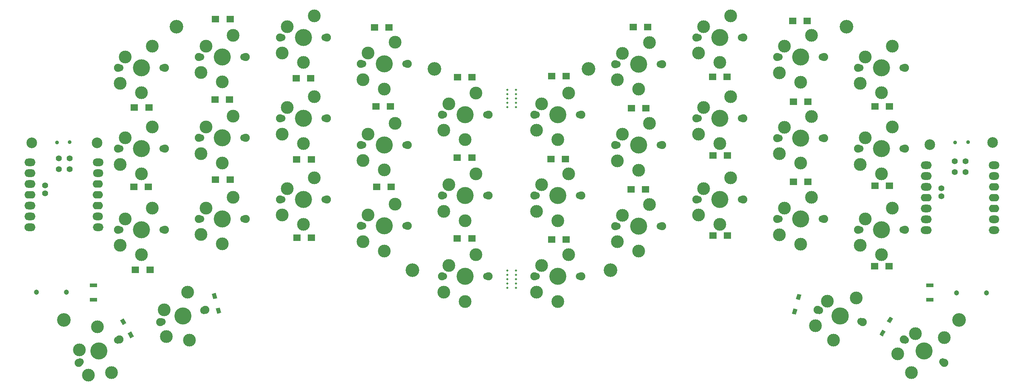
<source format=gts>
G04 #@! TF.GenerationSoftware,KiCad,Pcbnew,(6.0.9)*
G04 #@! TF.CreationDate,2023-01-06T00:22:53-03:00*
G04 #@! TF.ProjectId,pulso - hybrid -rev2,70756c73-6f20-42d2-9068-796272696420,0.3*
G04 #@! TF.SameCoordinates,Original*
G04 #@! TF.FileFunction,Soldermask,Top*
G04 #@! TF.FilePolarity,Negative*
%FSLAX46Y46*%
G04 Gerber Fmt 4.6, Leading zero omitted, Abs format (unit mm)*
G04 Created by KiCad (PCBNEW (6.0.9)) date 2023-01-06 00:22:53*
%MOMM*%
%LPD*%
G01*
G04 APERTURE LIST*
%ADD10C,0.100000*%
%ADD11C,3.000000*%
%ADD12C,1.701800*%
%ADD13C,4.000000*%
%ADD14C,0.100000*%
%ADD15C,1.900000*%
%ADD16C,1.700000*%
%ADD17C,3.987800*%
%ADD18R,1.800000X1.500000*%
%ADD19C,0.500000*%
%ADD20C,2.500000*%
%ADD21C,3.200000*%
%ADD22O,2.590000X1.790000*%
%ADD23O,2.580000X1.820000*%
%ADD24O,2.580000X1.810000*%
%ADD25O,2.580000X1.750000*%
%ADD26O,2.590000X1.780000*%
%ADD27O,2.580000X1.800000*%
%ADD28O,2.580000X1.830000*%
%ADD29O,2.490000X1.800000*%
%ADD30O,2.470000X1.810000*%
%ADD31O,2.450000X1.770000*%
%ADD32O,2.450000X1.730000*%
%ADD33O,2.430000X1.750000*%
%ADD34O,2.480000X1.800000*%
%ADD35O,2.490000X1.850000*%
%ADD36C,1.397000*%
%ADD37R,1.700000X0.900000*%
%ADD38C,1.200000*%
%ADD39C,0.900000*%
G04 APERTURE END LIST*
G36*
X238455233Y-123680409D02*
G01*
X237855233Y-124719639D01*
X237119111Y-124294639D01*
X237719111Y-123255409D01*
X238455233Y-123680409D01*
G37*
D10*
X238455233Y-123680409D02*
X237855233Y-124719639D01*
X237119111Y-124294639D01*
X237719111Y-123255409D01*
X238455233Y-123680409D01*
G36*
X240230233Y-120606019D02*
G01*
X239630233Y-121645249D01*
X238894111Y-121220249D01*
X239494111Y-120181019D01*
X240230233Y-120606019D01*
G37*
X240230233Y-120606019D02*
X239630233Y-121645249D01*
X238894111Y-121220249D01*
X239494111Y-120181019D01*
X240230233Y-120606019D01*
G36*
X81606406Y-115755039D02*
G01*
X80785369Y-115975035D01*
X80474786Y-114815924D01*
X81295823Y-114595928D01*
X81606406Y-115755039D01*
G37*
X81606406Y-115755039D02*
X80785369Y-115975035D01*
X80474786Y-114815924D01*
X81295823Y-114595928D01*
X81606406Y-115755039D01*
G36*
X82525214Y-119184076D02*
G01*
X81704177Y-119404072D01*
X81393594Y-118244961D01*
X82214631Y-118024965D01*
X82525214Y-119184076D01*
G37*
X82525214Y-119184076D02*
X81704177Y-119404072D01*
X81393594Y-118244961D01*
X82214631Y-118024965D01*
X82525214Y-119184076D01*
G36*
X218669312Y-115021827D02*
G01*
X218358729Y-116180938D01*
X217537692Y-115960942D01*
X217848275Y-114801831D01*
X218669312Y-115021827D01*
G37*
X218669312Y-115021827D02*
X218358729Y-116180938D01*
X217537692Y-115960942D01*
X217848275Y-114801831D01*
X218669312Y-115021827D01*
G36*
X217750504Y-118450864D02*
G01*
X217439921Y-119609975D01*
X216618884Y-119389979D01*
X216929467Y-118230868D01*
X217750504Y-118450864D01*
G37*
X217750504Y-118450864D02*
X217439921Y-119609975D01*
X216618884Y-119389979D01*
X216929467Y-118230868D01*
X217750504Y-118450864D01*
G36*
X60280561Y-121644920D02*
G01*
X59544439Y-122069920D01*
X58944439Y-121030690D01*
X59680561Y-120605690D01*
X60280561Y-121644920D01*
G37*
X60280561Y-121644920D02*
X59544439Y-122069920D01*
X58944439Y-121030690D01*
X59680561Y-120605690D01*
X60280561Y-121644920D01*
G36*
X62055561Y-124719310D02*
G01*
X61319439Y-125144310D01*
X60719439Y-124105080D01*
X61455561Y-123680080D01*
X62055561Y-124719310D01*
G37*
X62055561Y-124719310D02*
X61319439Y-125144310D01*
X60719439Y-124105080D01*
X61455561Y-123680080D01*
X62055561Y-124719310D01*
D11*
X164165000Y-67645000D03*
X157815000Y-70184999D03*
X161625000Y-78625000D03*
D12*
X166705000Y-72725000D03*
D13*
X161625000Y-72725000D03*
D14*
X157800000Y-70145000D03*
D15*
X167125000Y-72725000D03*
D16*
X156545000Y-72725000D03*
D15*
X156125000Y-72725000D03*
D17*
X161625000Y-72725000D03*
D16*
X166705000Y-72725000D03*
D12*
X156545000Y-72725000D03*
D11*
X156625000Y-76425000D03*
D16*
X223730000Y-78250000D03*
D15*
X213150000Y-78250000D03*
X224150000Y-78250000D03*
D17*
X218650000Y-78250000D03*
D16*
X213570000Y-78250000D03*
D11*
X214840000Y-75709999D03*
X213650000Y-81950000D03*
D14*
X214825000Y-75670000D03*
D12*
X213570000Y-78250000D03*
D11*
X221190000Y-73170000D03*
D12*
X223730000Y-78250000D03*
D11*
X218650000Y-84150000D03*
D13*
X218650000Y-78250000D03*
D18*
X65575000Y-89725000D03*
X62175000Y-89725000D03*
D15*
X156125000Y-110725000D03*
D11*
X164165000Y-105645000D03*
X161625000Y-116625000D03*
D12*
X156545000Y-110725000D03*
D11*
X156625000Y-114425000D03*
D14*
X157800000Y-108145000D03*
D15*
X167125000Y-110725000D03*
D11*
X157815000Y-108184999D03*
D16*
X156545000Y-110725000D03*
D12*
X166705000Y-110725000D03*
D13*
X161625000Y-110725000D03*
D17*
X161625000Y-110725000D03*
D16*
X166705000Y-110725000D03*
D18*
X220350000Y-69675000D03*
X216950000Y-69675000D03*
D19*
X149784000Y-70982000D03*
X149784000Y-67934000D03*
X149784000Y-68950000D03*
X151816000Y-67934000D03*
X151816000Y-68950000D03*
X149784000Y-69966000D03*
X151816000Y-69966000D03*
X151816000Y-70982000D03*
X151816000Y-66918000D03*
X149784000Y-66918000D03*
D17*
X63940000Y-80733000D03*
D11*
X58940000Y-84433000D03*
D12*
X58860000Y-80733000D03*
D15*
X58440000Y-80733000D03*
D13*
X63940000Y-80733000D03*
D15*
X69440000Y-80733000D03*
D12*
X69020000Y-80733000D03*
D11*
X60130000Y-78192999D03*
D16*
X58860000Y-80733000D03*
D14*
X60115000Y-78153000D03*
D11*
X63940000Y-86633000D03*
D16*
X69020000Y-80733000D03*
D11*
X66480000Y-75653000D03*
D20*
X53500000Y-79400000D03*
D18*
X103825000Y-101675000D03*
X100425000Y-101675000D03*
D12*
X223730000Y-59250000D03*
D11*
X218650000Y-65150000D03*
D14*
X214825000Y-56670000D03*
D16*
X223730000Y-59250000D03*
D15*
X224150000Y-59250000D03*
D17*
X218650000Y-59250000D03*
D12*
X213570000Y-59250000D03*
D11*
X213650000Y-62950000D03*
D16*
X213570000Y-59250000D03*
D13*
X218650000Y-59250000D03*
D15*
X213150000Y-59250000D03*
D11*
X221190000Y-54170000D03*
X214840000Y-56709999D03*
D21*
X174029000Y-109263000D03*
D22*
X248060000Y-84625000D03*
D23*
X248065000Y-87180000D03*
D24*
X248065000Y-89715000D03*
D25*
X248065000Y-92225000D03*
D26*
X248060000Y-94780000D03*
D27*
X248065000Y-97330000D03*
D28*
X248065000Y-99885000D03*
D29*
X264040000Y-99870000D03*
D30*
X264030000Y-97335000D03*
D31*
X264020000Y-94775000D03*
D32*
X264020000Y-92215000D03*
D33*
X264010000Y-89685000D03*
D34*
X264035000Y-87170000D03*
D35*
X264040000Y-84655000D03*
D36*
X254805000Y-83678000D03*
X257345000Y-83678000D03*
X254805000Y-86218000D03*
X257345000Y-86218000D03*
X251630000Y-91933000D03*
X251630000Y-90028000D03*
D18*
X122375000Y-70775000D03*
X118975000Y-70775000D03*
D11*
X233795000Y-97192999D03*
D16*
X242685000Y-99733000D03*
X232525000Y-99733000D03*
D14*
X233780000Y-97153000D03*
D13*
X237605000Y-99733000D03*
D11*
X237605000Y-105633000D03*
D15*
X232105000Y-99733000D03*
D12*
X232525000Y-99733000D03*
D15*
X243105000Y-99733000D03*
D11*
X240145000Y-94653000D03*
X232605000Y-103433000D03*
D17*
X237605000Y-99733000D03*
D12*
X242685000Y-99733000D03*
D11*
X101920000Y-60525000D03*
D13*
X101920000Y-54625000D03*
D16*
X107000000Y-54625000D03*
D15*
X107420000Y-54625000D03*
D14*
X98095000Y-52045000D03*
D17*
X101920000Y-54625000D03*
D11*
X98110000Y-52084999D03*
D15*
X96420000Y-54625000D03*
D11*
X104460000Y-49545000D03*
D12*
X96840000Y-54625000D03*
D11*
X96920000Y-58325000D03*
D12*
X107000000Y-54625000D03*
D16*
X96840000Y-54625000D03*
D18*
X65675000Y-71100000D03*
X62275000Y-71100000D03*
X239425000Y-70850000D03*
X236025000Y-70850000D03*
D13*
X82920000Y-59193000D03*
D11*
X85460000Y-54113000D03*
D16*
X77840000Y-59193000D03*
D17*
X82920000Y-59193000D03*
D11*
X77920000Y-62893000D03*
X79110000Y-56652999D03*
D12*
X88000000Y-59193000D03*
D16*
X88000000Y-59193000D03*
D15*
X77420000Y-59193000D03*
D14*
X79095000Y-56613000D03*
D15*
X88420000Y-59193000D03*
D11*
X82920000Y-65093000D03*
D12*
X77840000Y-59193000D03*
D18*
X103775000Y-83225000D03*
X100375000Y-83225000D03*
D15*
X96420000Y-92625000D03*
X107420000Y-92625000D03*
D11*
X98110000Y-90084999D03*
X96920000Y-96325000D03*
D16*
X107000000Y-92625000D03*
D12*
X107000000Y-92625000D03*
D14*
X98095000Y-90045000D03*
D12*
X96840000Y-92625000D03*
D16*
X96840000Y-92625000D03*
D11*
X104460000Y-87545000D03*
D17*
X101920000Y-92625000D03*
D13*
X101920000Y-92625000D03*
D11*
X101920000Y-98525000D03*
X183167500Y-55807500D03*
D17*
X180627500Y-60887500D03*
D12*
X185707500Y-60887500D03*
D11*
X180627500Y-66787500D03*
D16*
X175547500Y-60887500D03*
D11*
X175627500Y-64587500D03*
X176817500Y-58347499D03*
D12*
X175547500Y-60887500D03*
D13*
X180627500Y-60887500D03*
D15*
X186127500Y-60887500D03*
D16*
X185707500Y-60887500D03*
D15*
X175127500Y-60887500D03*
D14*
X176802500Y-58307500D03*
D15*
X242811860Y-125479000D03*
D11*
X241394873Y-128933294D03*
X245545444Y-124124295D03*
X244625000Y-133338550D03*
D17*
X247575000Y-128229000D03*
D16*
X243175591Y-125689000D03*
D15*
X252338140Y-130979000D03*
D16*
X251974409Y-130769000D03*
D13*
X247575000Y-128229000D03*
D12*
X243175591Y-125689000D03*
X243175591Y-125689000D03*
X251974409Y-130769000D03*
X251974409Y-130769000D03*
D11*
X252314705Y-125099591D03*
D14*
X245552453Y-124082154D03*
D17*
X247575000Y-128229000D03*
D21*
X255817000Y-120947000D03*
D14*
X224863016Y-116518681D03*
D12*
X222990097Y-118698199D03*
D15*
X233202521Y-121424257D03*
D11*
X222102669Y-122280583D03*
X224867152Y-116561199D03*
D12*
X222983026Y-118685952D03*
X232796832Y-121315553D03*
D16*
X222983026Y-118685952D03*
D11*
X226362897Y-125699715D03*
D15*
X222577337Y-118577248D03*
D13*
X227889929Y-120000753D03*
D17*
X227897000Y-120013000D03*
D16*
X232796832Y-121315553D03*
D11*
X231658181Y-115751250D03*
D17*
X227889929Y-120000753D03*
D12*
X232803903Y-121327801D03*
D37*
X52631000Y-112783000D03*
X52631000Y-116183000D03*
D18*
X182325000Y-71275000D03*
X178925000Y-71275000D03*
D16*
X204705000Y-73625000D03*
D14*
X195800000Y-71045000D03*
D15*
X194125000Y-73625000D03*
D11*
X199625000Y-79525000D03*
D12*
X204705000Y-73625000D03*
D11*
X195815000Y-71084999D03*
D12*
X194545000Y-73625000D03*
D11*
X202165000Y-68545000D03*
D16*
X194545000Y-73625000D03*
D11*
X194625000Y-77325000D03*
D13*
X199625000Y-73625000D03*
D17*
X199625000Y-73625000D03*
D15*
X205125000Y-73625000D03*
D11*
X58940000Y-103433000D03*
X66480000Y-94653000D03*
D12*
X69020000Y-99733000D03*
D13*
X63940000Y-99733000D03*
D12*
X58860000Y-99733000D03*
D15*
X69440000Y-99733000D03*
D11*
X60130000Y-97192999D03*
D15*
X58440000Y-99733000D03*
D17*
X63940000Y-99733000D03*
D14*
X60115000Y-97153000D03*
D16*
X69020000Y-99733000D03*
D11*
X63940000Y-105633000D03*
D16*
X58860000Y-99733000D03*
D12*
X145000000Y-72725000D03*
D16*
X134840000Y-72725000D03*
X145000000Y-72725000D03*
D11*
X142460000Y-67645000D03*
D17*
X139920000Y-72725000D03*
D11*
X136110000Y-70184999D03*
X134920000Y-76425000D03*
X139920000Y-78625000D03*
D15*
X145420000Y-72725000D03*
D12*
X134840000Y-72725000D03*
D14*
X136095000Y-70145000D03*
D15*
X134420000Y-72725000D03*
D13*
X139920000Y-72725000D03*
D18*
X201425000Y-82325000D03*
X198025000Y-82325000D03*
D21*
X229401000Y-52113000D03*
D19*
X149809000Y-110359000D03*
X149809000Y-109343000D03*
X151841000Y-113407000D03*
X151841000Y-111375000D03*
X149809000Y-112391000D03*
X151841000Y-109343000D03*
X149809000Y-113407000D03*
X149809000Y-111375000D03*
X151841000Y-112391000D03*
X151841000Y-110359000D03*
D38*
X39300000Y-114425000D03*
X46300000Y-114425000D03*
D14*
X176802500Y-77307500D03*
D15*
X175127500Y-79887500D03*
D12*
X185707500Y-79887500D03*
X175547500Y-79887500D03*
D16*
X185707500Y-79887500D03*
D11*
X183167500Y-74807500D03*
X180627500Y-85787500D03*
D15*
X186127500Y-79887500D03*
D16*
X175547500Y-79887500D03*
D13*
X180627500Y-79887500D03*
D11*
X175627500Y-83587500D03*
X176817500Y-77347499D03*
D17*
X180627500Y-79887500D03*
D18*
X220325000Y-88550000D03*
X216925000Y-88550000D03*
D15*
X115420000Y-98850000D03*
D11*
X115920000Y-102550000D03*
D16*
X115840000Y-98850000D03*
D12*
X126000000Y-98850000D03*
D17*
X120920000Y-98850000D03*
D11*
X117110000Y-96309999D03*
X123460000Y-93770000D03*
D12*
X115840000Y-98850000D03*
D15*
X126420000Y-98850000D03*
D13*
X120920000Y-98850000D03*
D11*
X120920000Y-104750000D03*
D14*
X117095000Y-96270000D03*
D16*
X126000000Y-98850000D03*
D18*
X65925000Y-109200000D03*
X62525000Y-109200000D03*
D38*
X255225000Y-114550000D03*
X262225000Y-114550000D03*
D21*
X168822000Y-62019000D03*
D18*
X141450000Y-82850000D03*
X138050000Y-82850000D03*
D20*
X38225000Y-79350000D03*
D18*
X122525000Y-89725000D03*
X119125000Y-89725000D03*
X141525000Y-63975000D03*
X138125000Y-63975000D03*
X182250000Y-90275000D03*
X178850000Y-90275000D03*
D13*
X139920000Y-110725000D03*
D11*
X134920000Y-114425000D03*
X136110000Y-108184999D03*
D16*
X134840000Y-110725000D03*
D17*
X139920000Y-110725000D03*
D12*
X145000000Y-110725000D03*
D11*
X139920000Y-116625000D03*
D15*
X134420000Y-110725000D03*
X145420000Y-110725000D03*
D14*
X136095000Y-108145000D03*
D12*
X134840000Y-110725000D03*
D16*
X145000000Y-110725000D03*
D11*
X142460000Y-105645000D03*
D37*
X248916000Y-112783000D03*
X248916000Y-116183000D03*
D11*
X142460000Y-86645000D03*
X134920000Y-95425000D03*
D15*
X145420000Y-91725000D03*
D17*
X139920000Y-91725000D03*
D16*
X145000000Y-91725000D03*
D11*
X136110000Y-89184999D03*
D16*
X134840000Y-91725000D03*
D13*
X139920000Y-91725000D03*
D11*
X139920000Y-97625000D03*
D12*
X145000000Y-91725000D03*
D14*
X136095000Y-89145000D03*
D15*
X134420000Y-91725000D03*
D12*
X134840000Y-91725000D03*
D18*
X201375000Y-63900000D03*
X197975000Y-63900000D03*
D11*
X213650000Y-100950000D03*
D16*
X223730000Y-97250000D03*
D11*
X214840000Y-94709999D03*
X221190000Y-92170000D03*
X218650000Y-103150000D03*
D12*
X223730000Y-97250000D03*
D16*
X213570000Y-97250000D03*
D17*
X218650000Y-97250000D03*
D14*
X214825000Y-94670000D03*
D15*
X224150000Y-97250000D03*
X213150000Y-97250000D03*
D13*
X218650000Y-97250000D03*
D12*
X213570000Y-97250000D03*
D18*
X201450000Y-101100000D03*
X198050000Y-101100000D03*
X141450000Y-101775000D03*
X138050000Y-101775000D03*
D14*
X98095000Y-71045000D03*
D12*
X96840000Y-73625000D03*
D11*
X104460000Y-68545000D03*
D12*
X107000000Y-73625000D03*
D13*
X101920000Y-73625000D03*
D11*
X96920000Y-77325000D03*
X101920000Y-79525000D03*
D17*
X101920000Y-73625000D03*
D11*
X98110000Y-71084999D03*
D15*
X107420000Y-73625000D03*
D16*
X107000000Y-73625000D03*
D15*
X96420000Y-73625000D03*
D16*
X96840000Y-73625000D03*
D12*
X194545000Y-92625000D03*
D11*
X202165000Y-87545000D03*
X194625000Y-96325000D03*
D15*
X205125000Y-92625000D03*
D17*
X199625000Y-92625000D03*
D16*
X194545000Y-92625000D03*
D14*
X195800000Y-90045000D03*
D16*
X204705000Y-92625000D03*
D13*
X199625000Y-92625000D03*
D11*
X199625000Y-98525000D03*
D12*
X204705000Y-92625000D03*
D15*
X194125000Y-92625000D03*
D11*
X195815000Y-90084999D03*
D15*
X126420000Y-79850000D03*
D12*
X126000000Y-79850000D03*
D11*
X117110000Y-77309999D03*
D12*
X115840000Y-79850000D03*
D13*
X120920000Y-79850000D03*
D15*
X115420000Y-79850000D03*
D16*
X115840000Y-79850000D03*
D11*
X115920000Y-83550000D03*
X120920000Y-85750000D03*
X123460000Y-74770000D03*
D14*
X117095000Y-77270000D03*
D16*
X126000000Y-79850000D03*
D17*
X120920000Y-79850000D03*
D14*
X233780000Y-59153000D03*
D13*
X237605000Y-61733000D03*
D11*
X233795000Y-59192999D03*
D15*
X243105000Y-61733000D03*
D17*
X237605000Y-61733000D03*
D11*
X240145000Y-56653000D03*
X237605000Y-67633000D03*
X232605000Y-65433000D03*
D12*
X242685000Y-61733000D03*
X232525000Y-61733000D03*
D16*
X242685000Y-61733000D03*
X232525000Y-61733000D03*
D15*
X232105000Y-61733000D03*
D18*
X163600000Y-63675000D03*
X160200000Y-63675000D03*
D15*
X58440000Y-61733000D03*
D17*
X63940000Y-61733000D03*
D11*
X63940000Y-67633000D03*
D16*
X58860000Y-61733000D03*
X69020000Y-61733000D03*
D11*
X58940000Y-65433000D03*
X66480000Y-56653000D03*
D13*
X63940000Y-61733000D03*
D15*
X69440000Y-61733000D03*
D11*
X60130000Y-59192999D03*
D12*
X58860000Y-61733000D03*
X69020000Y-61733000D03*
D14*
X60115000Y-59153000D03*
D20*
X263700000Y-79325000D03*
D18*
X182725000Y-52225000D03*
X179325000Y-52225000D03*
X239425000Y-89450000D03*
X236025000Y-89450000D03*
X239400000Y-108300000D03*
X236000000Y-108300000D03*
D11*
X85460000Y-73113000D03*
X77920000Y-81893000D03*
D16*
X88000000Y-78193000D03*
D12*
X88000000Y-78193000D03*
D14*
X79095000Y-75613000D03*
D11*
X82920000Y-84093000D03*
D17*
X82920000Y-78193000D03*
D15*
X77420000Y-78193000D03*
D13*
X82920000Y-78193000D03*
D16*
X77840000Y-78193000D03*
D11*
X79110000Y-75652999D03*
D12*
X77840000Y-78193000D03*
D15*
X88420000Y-78193000D03*
D13*
X82875000Y-97200000D03*
D15*
X77375000Y-97200000D03*
D16*
X77795000Y-97200000D03*
D12*
X77795000Y-97200000D03*
D11*
X82875000Y-103100000D03*
X85415000Y-92120000D03*
D16*
X87955000Y-97200000D03*
D14*
X79050000Y-94620000D03*
D11*
X77875000Y-100900000D03*
D15*
X88375000Y-97200000D03*
D17*
X82875000Y-97200000D03*
D11*
X79065000Y-94659999D03*
D12*
X87955000Y-97200000D03*
D16*
X242685000Y-80733000D03*
D17*
X237605000Y-80733000D03*
D12*
X232525000Y-80733000D03*
D11*
X233795000Y-78192999D03*
D14*
X233780000Y-78153000D03*
D15*
X232105000Y-80733000D03*
D12*
X242685000Y-80733000D03*
D11*
X240145000Y-75653000D03*
D13*
X237605000Y-80733000D03*
D11*
X237605000Y-86633000D03*
X232605000Y-84433000D03*
D16*
X232525000Y-80733000D03*
D15*
X243105000Y-80733000D03*
D20*
X248925000Y-79800000D03*
D11*
X156625000Y-95425000D03*
D16*
X156545000Y-91725000D03*
D15*
X167125000Y-91725000D03*
D11*
X164165000Y-86645000D03*
D12*
X156545000Y-91725000D03*
D14*
X157800000Y-89145000D03*
D11*
X161625000Y-97625000D03*
D15*
X156125000Y-91725000D03*
D17*
X161625000Y-91725000D03*
D11*
X157815000Y-89184999D03*
D12*
X166705000Y-91725000D03*
D16*
X166705000Y-91725000D03*
D13*
X161625000Y-91725000D03*
D15*
X205125000Y-54625000D03*
D11*
X195815000Y-52084999D03*
D17*
X199625000Y-54625000D03*
D13*
X199625000Y-54625000D03*
D11*
X202165000Y-49545000D03*
X194625000Y-58325000D03*
D12*
X194545000Y-54625000D03*
D14*
X195800000Y-52045000D03*
D15*
X194125000Y-54625000D03*
D11*
X199625000Y-60525000D03*
D16*
X204705000Y-54625000D03*
X194545000Y-54625000D03*
D12*
X204705000Y-54625000D03*
D18*
X163400000Y-83175000D03*
X160000000Y-83175000D03*
X103625000Y-64250000D03*
X100225000Y-64250000D03*
D11*
X175627500Y-102587500D03*
D17*
X180627500Y-98887500D03*
D12*
X175547500Y-98887500D03*
D16*
X175547500Y-98887500D03*
D14*
X176802500Y-96307500D03*
D11*
X180627500Y-104787500D03*
D15*
X175127500Y-98887500D03*
D16*
X185707500Y-98887500D03*
D15*
X186127500Y-98887500D03*
D11*
X183167500Y-93807500D03*
D13*
X180627500Y-98887500D03*
D12*
X185707500Y-98887500D03*
D11*
X176817500Y-96347499D03*
D18*
X84725000Y-88025000D03*
X81325000Y-88025000D03*
X220175000Y-50775000D03*
X216775000Y-50775000D03*
D15*
X126420000Y-60850000D03*
D12*
X126000000Y-60850000D03*
D11*
X115920000Y-64550000D03*
D13*
X120920000Y-60850000D03*
D14*
X117095000Y-58270000D03*
D17*
X120920000Y-60850000D03*
D11*
X117110000Y-58309999D03*
X120920000Y-66750000D03*
X123460000Y-55770000D03*
D12*
X115840000Y-60850000D03*
D15*
X115420000Y-60850000D03*
D16*
X115840000Y-60850000D03*
X126000000Y-60850000D03*
D18*
X84725000Y-50325000D03*
X81325000Y-50325000D03*
X122025000Y-52275000D03*
X118625000Y-52275000D03*
D22*
X37760000Y-83949907D03*
D23*
X37765000Y-86504907D03*
D24*
X37765000Y-89039907D03*
D25*
X37765000Y-91549907D03*
D26*
X37760000Y-94104907D03*
D27*
X37765000Y-96654907D03*
D28*
X37765000Y-99209907D03*
D29*
X53740000Y-99194907D03*
D30*
X53730000Y-96659907D03*
D31*
X53720000Y-94099907D03*
D32*
X53720000Y-91539907D03*
D33*
X53710000Y-89009907D03*
D34*
X53735000Y-86494907D03*
D35*
X53740000Y-83979907D03*
D36*
X44505000Y-83002907D03*
X47045000Y-83002907D03*
X44505000Y-85542907D03*
X47045000Y-85542907D03*
X41330000Y-91257907D03*
X41330000Y-89352907D03*
D18*
X163600000Y-102075000D03*
X160200000Y-102075000D03*
X84625000Y-69200000D03*
X81225000Y-69200000D03*
D39*
X254875000Y-79280000D03*
X257875000Y-79230000D03*
X44100000Y-79275000D03*
X47100000Y-79225000D03*
D21*
X72144000Y-52113000D03*
X45728000Y-120947000D03*
D13*
X73635753Y-120005929D03*
D17*
X73648000Y-120013000D03*
D15*
X78948345Y-118582424D03*
D16*
X78542656Y-118691128D03*
D12*
X68741097Y-121327801D03*
X78554903Y-118698199D03*
D15*
X68323161Y-121429434D03*
D12*
X78542656Y-118691128D03*
D16*
X68728849Y-121320730D03*
D14*
X69273333Y-118503823D03*
D12*
X68728849Y-121320730D03*
D11*
X74774403Y-114441625D03*
X69298175Y-118538577D03*
D17*
X73635753Y-120005929D03*
D11*
X75162785Y-125704891D03*
X69763754Y-124873950D03*
D21*
X127516000Y-109263000D03*
D11*
X56920000Y-133338550D03*
D12*
X49570591Y-130769000D03*
D17*
X53970000Y-128229000D03*
D12*
X49570591Y-130769000D03*
D17*
X53970000Y-128229000D03*
D15*
X58733140Y-125479000D03*
D16*
X58369409Y-125689000D03*
X49570591Y-130769000D03*
D11*
X49400443Y-127934295D03*
D12*
X58369409Y-125689000D03*
D11*
X53629705Y-122559591D03*
D14*
X49367453Y-127907154D03*
D12*
X58369409Y-125689000D03*
D13*
X53970000Y-128229000D03*
D15*
X49206860Y-130979000D03*
D11*
X51489873Y-133933294D03*
D21*
X132723000Y-62019000D03*
M02*

</source>
